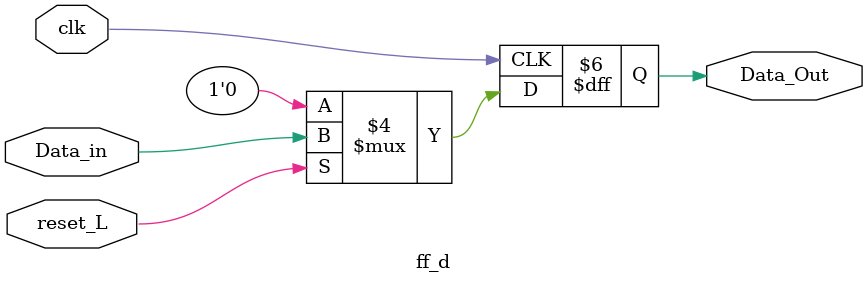
<source format=v>
module ff_d # (parameter N=1) (output reg [N-1:0] Data_Out,
                     input              clk,
                     input              reset_L,
                     input      [N-1:0] Data_in);

always@(posedge clk) begin
    if(!reset_L) begin
        Data_Out<=0;
    end 
    else begin
        Data_Out <=Data_in;
    end 
end 
                     
endmodule

</source>
